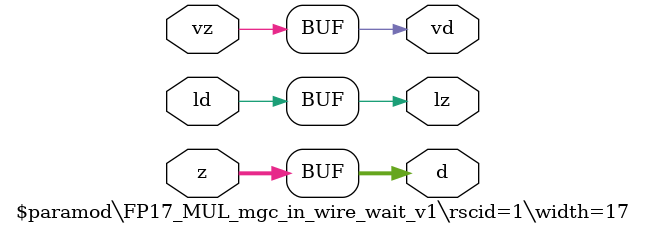
<source format=v>
module \$paramod\FP17_MUL_mgc_in_wire_wait_v1\rscid=1\width=17 (ld, vd, d, lz, vz, z);
  (* src = "./vmod/vlibs/HLS_fp17_mul.v:14" *)
  output [16:0] d;
  (* src = "./vmod/vlibs/HLS_fp17_mul.v:12" *)
  input ld;
  (* src = "./vmod/vlibs/HLS_fp17_mul.v:15" *)
  output lz;
  (* src = "./vmod/vlibs/HLS_fp17_mul.v:13" *)
  output vd;
  (* src = "./vmod/vlibs/HLS_fp17_mul.v:16" *)
  input vz;
  (* src = "./vmod/vlibs/HLS_fp17_mul.v:17" *)
  input [16:0] z;
  assign d = z;
  assign lz = ld;
  assign vd = vz;
endmodule

</source>
